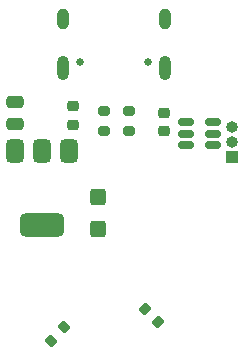
<source format=gbs>
G04 #@! TF.GenerationSoftware,KiCad,Pcbnew,8.0.7-8.0.7-0~ubuntu24.04.1*
G04 #@! TF.CreationDate,2025-01-06T12:49:46-05:00*
G04 #@! TF.ProjectId,ESP32_C3_LVGL_DEVBOARD,45535033-325f-4433-935f-4c56474c5f44,rev?*
G04 #@! TF.SameCoordinates,Original*
G04 #@! TF.FileFunction,Soldermask,Bot*
G04 #@! TF.FilePolarity,Negative*
%FSLAX46Y46*%
G04 Gerber Fmt 4.6, Leading zero omitted, Abs format (unit mm)*
G04 Created by KiCad (PCBNEW 8.0.7-8.0.7-0~ubuntu24.04.1) date 2025-01-06 12:49:46*
%MOMM*%
%LPD*%
G01*
G04 APERTURE LIST*
G04 Aperture macros list*
%AMRoundRect*
0 Rectangle with rounded corners*
0 $1 Rounding radius*
0 $2 $3 $4 $5 $6 $7 $8 $9 X,Y pos of 4 corners*
0 Add a 4 corners polygon primitive as box body*
4,1,4,$2,$3,$4,$5,$6,$7,$8,$9,$2,$3,0*
0 Add four circle primitives for the rounded corners*
1,1,$1+$1,$2,$3*
1,1,$1+$1,$4,$5*
1,1,$1+$1,$6,$7*
1,1,$1+$1,$8,$9*
0 Add four rect primitives between the rounded corners*
20,1,$1+$1,$2,$3,$4,$5,0*
20,1,$1+$1,$4,$5,$6,$7,0*
20,1,$1+$1,$6,$7,$8,$9,0*
20,1,$1+$1,$8,$9,$2,$3,0*%
G04 Aperture macros list end*
%ADD10R,1.000000X1.000000*%
%ADD11O,1.000000X1.000000*%
%ADD12C,0.650000*%
%ADD13O,1.000000X2.100000*%
%ADD14O,1.000000X1.800000*%
%ADD15RoundRect,0.200000X-0.053033X0.335876X-0.335876X0.053033X0.053033X-0.335876X0.335876X-0.053033X0*%
%ADD16RoundRect,0.250000X-0.475000X0.250000X-0.475000X-0.250000X0.475000X-0.250000X0.475000X0.250000X0*%
%ADD17RoundRect,0.150000X0.512500X0.150000X-0.512500X0.150000X-0.512500X-0.150000X0.512500X-0.150000X0*%
%ADD18RoundRect,0.200000X-0.335876X-0.053033X-0.053033X-0.335876X0.335876X0.053033X0.053033X0.335876X0*%
%ADD19RoundRect,0.200000X-0.275000X0.200000X-0.275000X-0.200000X0.275000X-0.200000X0.275000X0.200000X0*%
%ADD20RoundRect,0.250000X0.425000X-0.450000X0.425000X0.450000X-0.425000X0.450000X-0.425000X-0.450000X0*%
%ADD21RoundRect,0.375000X-0.375000X0.625000X-0.375000X-0.625000X0.375000X-0.625000X0.375000X0.625000X0*%
%ADD22RoundRect,0.500000X-1.400000X0.500000X-1.400000X-0.500000X1.400000X-0.500000X1.400000X0.500000X0*%
%ADD23RoundRect,0.225000X0.250000X-0.225000X0.250000X0.225000X-0.250000X0.225000X-0.250000X-0.225000X0*%
%ADD24RoundRect,0.225000X-0.250000X0.225000X-0.250000X-0.225000X0.250000X-0.225000X0.250000X0.225000X0*%
G04 APERTURE END LIST*
D10*
X163950000Y-80300000D03*
D11*
X163950000Y-79030000D03*
X163950000Y-77760000D03*
D12*
X156890000Y-72225000D03*
X151110000Y-72225000D03*
D13*
X158320000Y-72785000D03*
D14*
X158320000Y-68605000D03*
D13*
X149680000Y-72785000D03*
D14*
X149680000Y-68605000D03*
D15*
X149783363Y-94716637D03*
X148616637Y-95883363D03*
D16*
X145600000Y-75600000D03*
X145600000Y-77500000D03*
D17*
X162337500Y-77350000D03*
X162337500Y-78300000D03*
X162337500Y-79250000D03*
X160062500Y-79250000D03*
X160062500Y-78300000D03*
X160062500Y-77350000D03*
D18*
X156575000Y-93125000D03*
X157741726Y-94291726D03*
D19*
X155240000Y-76425000D03*
X155240000Y-78075000D03*
D20*
X152600000Y-86360000D03*
X152600000Y-83660000D03*
D21*
X145580000Y-79772500D03*
X147880000Y-79772500D03*
D22*
X147880000Y-86072500D03*
D21*
X150180000Y-79772500D03*
D19*
X153130000Y-76425000D03*
X153130000Y-78075000D03*
D23*
X158225000Y-78125000D03*
X158225000Y-76575000D03*
D24*
X150500000Y-75995000D03*
X150500000Y-77545000D03*
M02*

</source>
